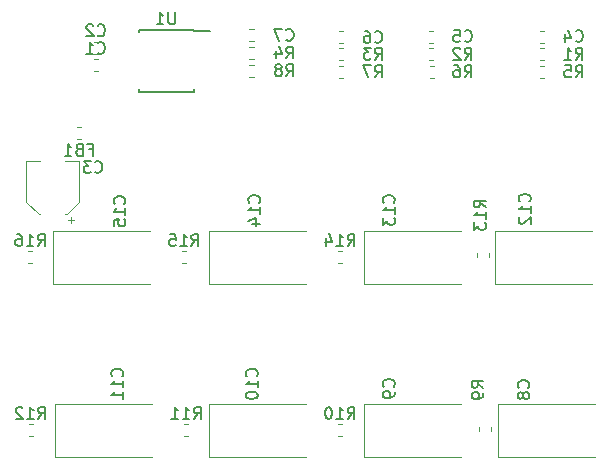
<source format=gbo>
G04 #@! TF.GenerationSoftware,KiCad,Pcbnew,(5.1.0)-1*
G04 #@! TF.CreationDate,2019-07-06T13:17:57-04:00*
G04 #@! TF.ProjectId,Inline SCART Splitter,496e6c69-6e65-4205-9343-415254205370,rev?*
G04 #@! TF.SameCoordinates,Original*
G04 #@! TF.FileFunction,Legend,Bot*
G04 #@! TF.FilePolarity,Positive*
%FSLAX46Y46*%
G04 Gerber Fmt 4.6, Leading zero omitted, Abs format (unit mm)*
G04 Created by KiCad (PCBNEW (5.1.0)-1) date 2019-07-06 13:17:57*
%MOMM*%
%LPD*%
G04 APERTURE LIST*
%ADD10C,0.120000*%
%ADD11C,0.150000*%
G04 APERTURE END LIST*
D10*
X131150000Y-61610000D02*
X122915000Y-61610000D01*
X122915000Y-61610000D02*
X122915000Y-57090000D01*
X122915000Y-57090000D02*
X131150000Y-57090000D01*
X113496267Y-27940000D02*
X113153733Y-27940000D01*
X113496267Y-28960000D02*
X113153733Y-28960000D01*
X113496267Y-27460000D02*
X113153733Y-27460000D01*
X113496267Y-26440000D02*
X113153733Y-26440000D01*
X107440000Y-36540000D02*
X108640000Y-36540000D01*
X111960000Y-36540000D02*
X110760000Y-36540000D01*
X111960000Y-39995563D02*
X111960000Y-36540000D01*
X107440000Y-39995563D02*
X107440000Y-36540000D01*
X108504437Y-41060000D02*
X108640000Y-41060000D01*
X110895563Y-41060000D02*
X110760000Y-41060000D01*
X110895563Y-41060000D02*
X111960000Y-39995563D01*
X108504437Y-41060000D02*
X107440000Y-39995563D01*
X111260000Y-41800000D02*
X111260000Y-41300000D01*
X111510000Y-41550000D02*
X111010000Y-41550000D01*
X150953733Y-26510000D02*
X151296267Y-26510000D01*
X150953733Y-25490000D02*
X151296267Y-25490000D01*
X141578733Y-25490000D02*
X141921267Y-25490000D01*
X141578733Y-26510000D02*
X141921267Y-26510000D01*
X133953733Y-26510000D02*
X134296267Y-26510000D01*
X133953733Y-25490000D02*
X134296267Y-25490000D01*
X126353733Y-25390000D02*
X126696267Y-25390000D01*
X126353733Y-26410000D02*
X126696267Y-26410000D01*
X147415000Y-57090000D02*
X155650000Y-57090000D01*
X147415000Y-61610000D02*
X147415000Y-57090000D01*
X155650000Y-61610000D02*
X147415000Y-61610000D01*
X144300000Y-61610000D02*
X136065000Y-61610000D01*
X136065000Y-61610000D02*
X136065000Y-57090000D01*
X136065000Y-57090000D02*
X144300000Y-57090000D01*
X109865000Y-57090000D02*
X118100000Y-57090000D01*
X109865000Y-61610000D02*
X109865000Y-57090000D01*
X118100000Y-61610000D02*
X109865000Y-61610000D01*
X155350000Y-46960000D02*
X147115000Y-46960000D01*
X147115000Y-46960000D02*
X147115000Y-42440000D01*
X147115000Y-42440000D02*
X155350000Y-42440000D01*
X136065000Y-42440000D02*
X144300000Y-42440000D01*
X136065000Y-46960000D02*
X136065000Y-42440000D01*
X144300000Y-46960000D02*
X136065000Y-46960000D01*
X131150000Y-46960000D02*
X122915000Y-46960000D01*
X122915000Y-46960000D02*
X122915000Y-42440000D01*
X122915000Y-42440000D02*
X131150000Y-42440000D01*
X109715000Y-42440000D02*
X117950000Y-42440000D01*
X109715000Y-46960000D02*
X109715000Y-42440000D01*
X117950000Y-46960000D02*
X109715000Y-46960000D01*
X111753733Y-34710000D02*
X112096267Y-34710000D01*
X111753733Y-33690000D02*
X112096267Y-33690000D01*
X151296267Y-28010000D02*
X150953733Y-28010000D01*
X151296267Y-26990000D02*
X150953733Y-26990000D01*
X141921267Y-26990000D02*
X141578733Y-26990000D01*
X141921267Y-28010000D02*
X141578733Y-28010000D01*
X134296267Y-28010000D02*
X133953733Y-28010000D01*
X134296267Y-26990000D02*
X133953733Y-26990000D01*
X126696267Y-26890000D02*
X126353733Y-26890000D01*
X126696267Y-27910000D02*
X126353733Y-27910000D01*
X141603733Y-28490000D02*
X141946267Y-28490000D01*
X141603733Y-29510000D02*
X141946267Y-29510000D01*
X133953733Y-29510000D02*
X134296267Y-29510000D01*
X133953733Y-28490000D02*
X134296267Y-28490000D01*
X126353733Y-29410000D02*
X126696267Y-29410000D01*
X126353733Y-28390000D02*
X126696267Y-28390000D01*
X145790000Y-59371267D02*
X145790000Y-59028733D01*
X146810000Y-59371267D02*
X146810000Y-59028733D01*
X134196267Y-59860000D02*
X133853733Y-59860000D01*
X134196267Y-58840000D02*
X133853733Y-58840000D01*
X121171267Y-58840000D02*
X120828733Y-58840000D01*
X121171267Y-59860000D02*
X120828733Y-59860000D01*
X107996267Y-59860000D02*
X107653733Y-59860000D01*
X107996267Y-58840000D02*
X107653733Y-58840000D01*
X146610000Y-44671267D02*
X146610000Y-44328733D01*
X145590000Y-44671267D02*
X145590000Y-44328733D01*
X134196267Y-44190000D02*
X133853733Y-44190000D01*
X134196267Y-45210000D02*
X133853733Y-45210000D01*
X120971267Y-45210000D02*
X120628733Y-45210000D01*
X120971267Y-44190000D02*
X120628733Y-44190000D01*
X107971267Y-44190000D02*
X107628733Y-44190000D01*
X107971267Y-45210000D02*
X107628733Y-45210000D01*
D11*
X121625000Y-25425000D02*
X121625000Y-25550000D01*
X116975000Y-25425000D02*
X116975000Y-25650000D01*
X116975000Y-30675000D02*
X116975000Y-30450000D01*
X121625000Y-30675000D02*
X121625000Y-30450000D01*
X121625000Y-25425000D02*
X116975000Y-25425000D01*
X121625000Y-30675000D02*
X116975000Y-30675000D01*
X121625000Y-25550000D02*
X122975000Y-25550000D01*
D10*
X150953733Y-29510000D02*
X151296267Y-29510000D01*
X150953733Y-28490000D02*
X151296267Y-28490000D01*
D11*
X126957142Y-54757142D02*
X127004761Y-54709523D01*
X127052380Y-54566666D01*
X127052380Y-54471428D01*
X127004761Y-54328571D01*
X126909523Y-54233333D01*
X126814285Y-54185714D01*
X126623809Y-54138095D01*
X126480952Y-54138095D01*
X126290476Y-54185714D01*
X126195238Y-54233333D01*
X126100000Y-54328571D01*
X126052380Y-54471428D01*
X126052380Y-54566666D01*
X126100000Y-54709523D01*
X126147619Y-54757142D01*
X127052380Y-55709523D02*
X127052380Y-55138095D01*
X127052380Y-55423809D02*
X126052380Y-55423809D01*
X126195238Y-55328571D01*
X126290476Y-55233333D01*
X126338095Y-55138095D01*
X126052380Y-56328571D02*
X126052380Y-56423809D01*
X126100000Y-56519047D01*
X126147619Y-56566666D01*
X126242857Y-56614285D01*
X126433333Y-56661904D01*
X126671428Y-56661904D01*
X126861904Y-56614285D01*
X126957142Y-56566666D01*
X127004761Y-56519047D01*
X127052380Y-56423809D01*
X127052380Y-56328571D01*
X127004761Y-56233333D01*
X126957142Y-56185714D01*
X126861904Y-56138095D01*
X126671428Y-56090476D01*
X126433333Y-56090476D01*
X126242857Y-56138095D01*
X126147619Y-56185714D01*
X126100000Y-56233333D01*
X126052380Y-56328571D01*
X113491666Y-27377142D02*
X113539285Y-27424761D01*
X113682142Y-27472380D01*
X113777380Y-27472380D01*
X113920238Y-27424761D01*
X114015476Y-27329523D01*
X114063095Y-27234285D01*
X114110714Y-27043809D01*
X114110714Y-26900952D01*
X114063095Y-26710476D01*
X114015476Y-26615238D01*
X113920238Y-26520000D01*
X113777380Y-26472380D01*
X113682142Y-26472380D01*
X113539285Y-26520000D01*
X113491666Y-26567619D01*
X112539285Y-27472380D02*
X113110714Y-27472380D01*
X112825000Y-27472380D02*
X112825000Y-26472380D01*
X112920238Y-26615238D01*
X113015476Y-26710476D01*
X113110714Y-26758095D01*
X113491666Y-25877142D02*
X113539285Y-25924761D01*
X113682142Y-25972380D01*
X113777380Y-25972380D01*
X113920238Y-25924761D01*
X114015476Y-25829523D01*
X114063095Y-25734285D01*
X114110714Y-25543809D01*
X114110714Y-25400952D01*
X114063095Y-25210476D01*
X114015476Y-25115238D01*
X113920238Y-25020000D01*
X113777380Y-24972380D01*
X113682142Y-24972380D01*
X113539285Y-25020000D01*
X113491666Y-25067619D01*
X113110714Y-25067619D02*
X113063095Y-25020000D01*
X112967857Y-24972380D01*
X112729761Y-24972380D01*
X112634523Y-25020000D01*
X112586904Y-25067619D01*
X112539285Y-25162857D01*
X112539285Y-25258095D01*
X112586904Y-25400952D01*
X113158333Y-25972380D01*
X112539285Y-25972380D01*
X113266666Y-37457142D02*
X113314285Y-37504761D01*
X113457142Y-37552380D01*
X113552380Y-37552380D01*
X113695238Y-37504761D01*
X113790476Y-37409523D01*
X113838095Y-37314285D01*
X113885714Y-37123809D01*
X113885714Y-36980952D01*
X113838095Y-36790476D01*
X113790476Y-36695238D01*
X113695238Y-36600000D01*
X113552380Y-36552380D01*
X113457142Y-36552380D01*
X113314285Y-36600000D01*
X113266666Y-36647619D01*
X112933333Y-36552380D02*
X112314285Y-36552380D01*
X112647619Y-36933333D01*
X112504761Y-36933333D01*
X112409523Y-36980952D01*
X112361904Y-37028571D01*
X112314285Y-37123809D01*
X112314285Y-37361904D01*
X112361904Y-37457142D01*
X112409523Y-37504761D01*
X112504761Y-37552380D01*
X112790476Y-37552380D01*
X112885714Y-37504761D01*
X112933333Y-37457142D01*
X153966666Y-26357142D02*
X154014285Y-26404761D01*
X154157142Y-26452380D01*
X154252380Y-26452380D01*
X154395238Y-26404761D01*
X154490476Y-26309523D01*
X154538095Y-26214285D01*
X154585714Y-26023809D01*
X154585714Y-25880952D01*
X154538095Y-25690476D01*
X154490476Y-25595238D01*
X154395238Y-25500000D01*
X154252380Y-25452380D01*
X154157142Y-25452380D01*
X154014285Y-25500000D01*
X153966666Y-25547619D01*
X153109523Y-25785714D02*
X153109523Y-26452380D01*
X153347619Y-25404761D02*
X153585714Y-26119047D01*
X152966666Y-26119047D01*
X144566666Y-26357142D02*
X144614285Y-26404761D01*
X144757142Y-26452380D01*
X144852380Y-26452380D01*
X144995238Y-26404761D01*
X145090476Y-26309523D01*
X145138095Y-26214285D01*
X145185714Y-26023809D01*
X145185714Y-25880952D01*
X145138095Y-25690476D01*
X145090476Y-25595238D01*
X144995238Y-25500000D01*
X144852380Y-25452380D01*
X144757142Y-25452380D01*
X144614285Y-25500000D01*
X144566666Y-25547619D01*
X143661904Y-25452380D02*
X144138095Y-25452380D01*
X144185714Y-25928571D01*
X144138095Y-25880952D01*
X144042857Y-25833333D01*
X143804761Y-25833333D01*
X143709523Y-25880952D01*
X143661904Y-25928571D01*
X143614285Y-26023809D01*
X143614285Y-26261904D01*
X143661904Y-26357142D01*
X143709523Y-26404761D01*
X143804761Y-26452380D01*
X144042857Y-26452380D01*
X144138095Y-26404761D01*
X144185714Y-26357142D01*
X136966666Y-26457142D02*
X137014285Y-26504761D01*
X137157142Y-26552380D01*
X137252380Y-26552380D01*
X137395238Y-26504761D01*
X137490476Y-26409523D01*
X137538095Y-26314285D01*
X137585714Y-26123809D01*
X137585714Y-25980952D01*
X137538095Y-25790476D01*
X137490476Y-25695238D01*
X137395238Y-25600000D01*
X137252380Y-25552380D01*
X137157142Y-25552380D01*
X137014285Y-25600000D01*
X136966666Y-25647619D01*
X136109523Y-25552380D02*
X136300000Y-25552380D01*
X136395238Y-25600000D01*
X136442857Y-25647619D01*
X136538095Y-25790476D01*
X136585714Y-25980952D01*
X136585714Y-26361904D01*
X136538095Y-26457142D01*
X136490476Y-26504761D01*
X136395238Y-26552380D01*
X136204761Y-26552380D01*
X136109523Y-26504761D01*
X136061904Y-26457142D01*
X136014285Y-26361904D01*
X136014285Y-26123809D01*
X136061904Y-26028571D01*
X136109523Y-25980952D01*
X136204761Y-25933333D01*
X136395238Y-25933333D01*
X136490476Y-25980952D01*
X136538095Y-26028571D01*
X136585714Y-26123809D01*
X129466666Y-26257142D02*
X129514285Y-26304761D01*
X129657142Y-26352380D01*
X129752380Y-26352380D01*
X129895238Y-26304761D01*
X129990476Y-26209523D01*
X130038095Y-26114285D01*
X130085714Y-25923809D01*
X130085714Y-25780952D01*
X130038095Y-25590476D01*
X129990476Y-25495238D01*
X129895238Y-25400000D01*
X129752380Y-25352380D01*
X129657142Y-25352380D01*
X129514285Y-25400000D01*
X129466666Y-25447619D01*
X129133333Y-25352380D02*
X128466666Y-25352380D01*
X128895238Y-26352380D01*
X149957142Y-55733333D02*
X150004761Y-55685714D01*
X150052380Y-55542857D01*
X150052380Y-55447619D01*
X150004761Y-55304761D01*
X149909523Y-55209523D01*
X149814285Y-55161904D01*
X149623809Y-55114285D01*
X149480952Y-55114285D01*
X149290476Y-55161904D01*
X149195238Y-55209523D01*
X149100000Y-55304761D01*
X149052380Y-55447619D01*
X149052380Y-55542857D01*
X149100000Y-55685714D01*
X149147619Y-55733333D01*
X149480952Y-56304761D02*
X149433333Y-56209523D01*
X149385714Y-56161904D01*
X149290476Y-56114285D01*
X149242857Y-56114285D01*
X149147619Y-56161904D01*
X149100000Y-56209523D01*
X149052380Y-56304761D01*
X149052380Y-56495238D01*
X149100000Y-56590476D01*
X149147619Y-56638095D01*
X149242857Y-56685714D01*
X149290476Y-56685714D01*
X149385714Y-56638095D01*
X149433333Y-56590476D01*
X149480952Y-56495238D01*
X149480952Y-56304761D01*
X149528571Y-56209523D01*
X149576190Y-56161904D01*
X149671428Y-56114285D01*
X149861904Y-56114285D01*
X149957142Y-56161904D01*
X150004761Y-56209523D01*
X150052380Y-56304761D01*
X150052380Y-56495238D01*
X150004761Y-56590476D01*
X149957142Y-56638095D01*
X149861904Y-56685714D01*
X149671428Y-56685714D01*
X149576190Y-56638095D01*
X149528571Y-56590476D01*
X149480952Y-56495238D01*
X138557142Y-55633333D02*
X138604761Y-55585714D01*
X138652380Y-55442857D01*
X138652380Y-55347619D01*
X138604761Y-55204761D01*
X138509523Y-55109523D01*
X138414285Y-55061904D01*
X138223809Y-55014285D01*
X138080952Y-55014285D01*
X137890476Y-55061904D01*
X137795238Y-55109523D01*
X137700000Y-55204761D01*
X137652380Y-55347619D01*
X137652380Y-55442857D01*
X137700000Y-55585714D01*
X137747619Y-55633333D01*
X138652380Y-56109523D02*
X138652380Y-56300000D01*
X138604761Y-56395238D01*
X138557142Y-56442857D01*
X138414285Y-56538095D01*
X138223809Y-56585714D01*
X137842857Y-56585714D01*
X137747619Y-56538095D01*
X137700000Y-56490476D01*
X137652380Y-56395238D01*
X137652380Y-56204761D01*
X137700000Y-56109523D01*
X137747619Y-56061904D01*
X137842857Y-56014285D01*
X138080952Y-56014285D01*
X138176190Y-56061904D01*
X138223809Y-56109523D01*
X138271428Y-56204761D01*
X138271428Y-56395238D01*
X138223809Y-56490476D01*
X138176190Y-56538095D01*
X138080952Y-56585714D01*
X115557142Y-54757142D02*
X115604761Y-54709523D01*
X115652380Y-54566666D01*
X115652380Y-54471428D01*
X115604761Y-54328571D01*
X115509523Y-54233333D01*
X115414285Y-54185714D01*
X115223809Y-54138095D01*
X115080952Y-54138095D01*
X114890476Y-54185714D01*
X114795238Y-54233333D01*
X114700000Y-54328571D01*
X114652380Y-54471428D01*
X114652380Y-54566666D01*
X114700000Y-54709523D01*
X114747619Y-54757142D01*
X115652380Y-55709523D02*
X115652380Y-55138095D01*
X115652380Y-55423809D02*
X114652380Y-55423809D01*
X114795238Y-55328571D01*
X114890476Y-55233333D01*
X114938095Y-55138095D01*
X115652380Y-56661904D02*
X115652380Y-56090476D01*
X115652380Y-56376190D02*
X114652380Y-56376190D01*
X114795238Y-56280952D01*
X114890476Y-56185714D01*
X114938095Y-56090476D01*
X150057142Y-39957142D02*
X150104761Y-39909523D01*
X150152380Y-39766666D01*
X150152380Y-39671428D01*
X150104761Y-39528571D01*
X150009523Y-39433333D01*
X149914285Y-39385714D01*
X149723809Y-39338095D01*
X149580952Y-39338095D01*
X149390476Y-39385714D01*
X149295238Y-39433333D01*
X149200000Y-39528571D01*
X149152380Y-39671428D01*
X149152380Y-39766666D01*
X149200000Y-39909523D01*
X149247619Y-39957142D01*
X150152380Y-40909523D02*
X150152380Y-40338095D01*
X150152380Y-40623809D02*
X149152380Y-40623809D01*
X149295238Y-40528571D01*
X149390476Y-40433333D01*
X149438095Y-40338095D01*
X149247619Y-41290476D02*
X149200000Y-41338095D01*
X149152380Y-41433333D01*
X149152380Y-41671428D01*
X149200000Y-41766666D01*
X149247619Y-41814285D01*
X149342857Y-41861904D01*
X149438095Y-41861904D01*
X149580952Y-41814285D01*
X150152380Y-41242857D01*
X150152380Y-41861904D01*
X138557142Y-40057142D02*
X138604761Y-40009523D01*
X138652380Y-39866666D01*
X138652380Y-39771428D01*
X138604761Y-39628571D01*
X138509523Y-39533333D01*
X138414285Y-39485714D01*
X138223809Y-39438095D01*
X138080952Y-39438095D01*
X137890476Y-39485714D01*
X137795238Y-39533333D01*
X137700000Y-39628571D01*
X137652380Y-39771428D01*
X137652380Y-39866666D01*
X137700000Y-40009523D01*
X137747619Y-40057142D01*
X138652380Y-41009523D02*
X138652380Y-40438095D01*
X138652380Y-40723809D02*
X137652380Y-40723809D01*
X137795238Y-40628571D01*
X137890476Y-40533333D01*
X137938095Y-40438095D01*
X137652380Y-41342857D02*
X137652380Y-41961904D01*
X138033333Y-41628571D01*
X138033333Y-41771428D01*
X138080952Y-41866666D01*
X138128571Y-41914285D01*
X138223809Y-41961904D01*
X138461904Y-41961904D01*
X138557142Y-41914285D01*
X138604761Y-41866666D01*
X138652380Y-41771428D01*
X138652380Y-41485714D01*
X138604761Y-41390476D01*
X138557142Y-41342857D01*
X127157142Y-40057142D02*
X127204761Y-40009523D01*
X127252380Y-39866666D01*
X127252380Y-39771428D01*
X127204761Y-39628571D01*
X127109523Y-39533333D01*
X127014285Y-39485714D01*
X126823809Y-39438095D01*
X126680952Y-39438095D01*
X126490476Y-39485714D01*
X126395238Y-39533333D01*
X126300000Y-39628571D01*
X126252380Y-39771428D01*
X126252380Y-39866666D01*
X126300000Y-40009523D01*
X126347619Y-40057142D01*
X127252380Y-41009523D02*
X127252380Y-40438095D01*
X127252380Y-40723809D02*
X126252380Y-40723809D01*
X126395238Y-40628571D01*
X126490476Y-40533333D01*
X126538095Y-40438095D01*
X126585714Y-41866666D02*
X127252380Y-41866666D01*
X126204761Y-41628571D02*
X126919047Y-41390476D01*
X126919047Y-42009523D01*
X115757142Y-40157142D02*
X115804761Y-40109523D01*
X115852380Y-39966666D01*
X115852380Y-39871428D01*
X115804761Y-39728571D01*
X115709523Y-39633333D01*
X115614285Y-39585714D01*
X115423809Y-39538095D01*
X115280952Y-39538095D01*
X115090476Y-39585714D01*
X114995238Y-39633333D01*
X114900000Y-39728571D01*
X114852380Y-39871428D01*
X114852380Y-39966666D01*
X114900000Y-40109523D01*
X114947619Y-40157142D01*
X115852380Y-41109523D02*
X115852380Y-40538095D01*
X115852380Y-40823809D02*
X114852380Y-40823809D01*
X114995238Y-40728571D01*
X115090476Y-40633333D01*
X115138095Y-40538095D01*
X114852380Y-42014285D02*
X114852380Y-41538095D01*
X115328571Y-41490476D01*
X115280952Y-41538095D01*
X115233333Y-41633333D01*
X115233333Y-41871428D01*
X115280952Y-41966666D01*
X115328571Y-42014285D01*
X115423809Y-42061904D01*
X115661904Y-42061904D01*
X115757142Y-42014285D01*
X115804761Y-41966666D01*
X115852380Y-41871428D01*
X115852380Y-41633333D01*
X115804761Y-41538095D01*
X115757142Y-41490476D01*
X112758333Y-35558571D02*
X113091666Y-35558571D01*
X113091666Y-36082380D02*
X113091666Y-35082380D01*
X112615476Y-35082380D01*
X111901190Y-35558571D02*
X111758333Y-35606190D01*
X111710714Y-35653809D01*
X111663095Y-35749047D01*
X111663095Y-35891904D01*
X111710714Y-35987142D01*
X111758333Y-36034761D01*
X111853571Y-36082380D01*
X112234523Y-36082380D01*
X112234523Y-35082380D01*
X111901190Y-35082380D01*
X111805952Y-35130000D01*
X111758333Y-35177619D01*
X111710714Y-35272857D01*
X111710714Y-35368095D01*
X111758333Y-35463333D01*
X111805952Y-35510952D01*
X111901190Y-35558571D01*
X112234523Y-35558571D01*
X110710714Y-36082380D02*
X111282142Y-36082380D01*
X110996428Y-36082380D02*
X110996428Y-35082380D01*
X111091666Y-35225238D01*
X111186904Y-35320476D01*
X111282142Y-35368095D01*
X153966666Y-27952380D02*
X154300000Y-27476190D01*
X154538095Y-27952380D02*
X154538095Y-26952380D01*
X154157142Y-26952380D01*
X154061904Y-27000000D01*
X154014285Y-27047619D01*
X153966666Y-27142857D01*
X153966666Y-27285714D01*
X154014285Y-27380952D01*
X154061904Y-27428571D01*
X154157142Y-27476190D01*
X154538095Y-27476190D01*
X153014285Y-27952380D02*
X153585714Y-27952380D01*
X153300000Y-27952380D02*
X153300000Y-26952380D01*
X153395238Y-27095238D01*
X153490476Y-27190476D01*
X153585714Y-27238095D01*
X144566666Y-27952380D02*
X144900000Y-27476190D01*
X145138095Y-27952380D02*
X145138095Y-26952380D01*
X144757142Y-26952380D01*
X144661904Y-27000000D01*
X144614285Y-27047619D01*
X144566666Y-27142857D01*
X144566666Y-27285714D01*
X144614285Y-27380952D01*
X144661904Y-27428571D01*
X144757142Y-27476190D01*
X145138095Y-27476190D01*
X144185714Y-27047619D02*
X144138095Y-27000000D01*
X144042857Y-26952380D01*
X143804761Y-26952380D01*
X143709523Y-27000000D01*
X143661904Y-27047619D01*
X143614285Y-27142857D01*
X143614285Y-27238095D01*
X143661904Y-27380952D01*
X144233333Y-27952380D01*
X143614285Y-27952380D01*
X136966666Y-27952380D02*
X137300000Y-27476190D01*
X137538095Y-27952380D02*
X137538095Y-26952380D01*
X137157142Y-26952380D01*
X137061904Y-27000000D01*
X137014285Y-27047619D01*
X136966666Y-27142857D01*
X136966666Y-27285714D01*
X137014285Y-27380952D01*
X137061904Y-27428571D01*
X137157142Y-27476190D01*
X137538095Y-27476190D01*
X136633333Y-26952380D02*
X136014285Y-26952380D01*
X136347619Y-27333333D01*
X136204761Y-27333333D01*
X136109523Y-27380952D01*
X136061904Y-27428571D01*
X136014285Y-27523809D01*
X136014285Y-27761904D01*
X136061904Y-27857142D01*
X136109523Y-27904761D01*
X136204761Y-27952380D01*
X136490476Y-27952380D01*
X136585714Y-27904761D01*
X136633333Y-27857142D01*
X129466666Y-27852380D02*
X129800000Y-27376190D01*
X130038095Y-27852380D02*
X130038095Y-26852380D01*
X129657142Y-26852380D01*
X129561904Y-26900000D01*
X129514285Y-26947619D01*
X129466666Y-27042857D01*
X129466666Y-27185714D01*
X129514285Y-27280952D01*
X129561904Y-27328571D01*
X129657142Y-27376190D01*
X130038095Y-27376190D01*
X128609523Y-27185714D02*
X128609523Y-27852380D01*
X128847619Y-26804761D02*
X129085714Y-27519047D01*
X128466666Y-27519047D01*
X144566666Y-29452380D02*
X144900000Y-28976190D01*
X145138095Y-29452380D02*
X145138095Y-28452380D01*
X144757142Y-28452380D01*
X144661904Y-28500000D01*
X144614285Y-28547619D01*
X144566666Y-28642857D01*
X144566666Y-28785714D01*
X144614285Y-28880952D01*
X144661904Y-28928571D01*
X144757142Y-28976190D01*
X145138095Y-28976190D01*
X143709523Y-28452380D02*
X143900000Y-28452380D01*
X143995238Y-28500000D01*
X144042857Y-28547619D01*
X144138095Y-28690476D01*
X144185714Y-28880952D01*
X144185714Y-29261904D01*
X144138095Y-29357142D01*
X144090476Y-29404761D01*
X143995238Y-29452380D01*
X143804761Y-29452380D01*
X143709523Y-29404761D01*
X143661904Y-29357142D01*
X143614285Y-29261904D01*
X143614285Y-29023809D01*
X143661904Y-28928571D01*
X143709523Y-28880952D01*
X143804761Y-28833333D01*
X143995238Y-28833333D01*
X144090476Y-28880952D01*
X144138095Y-28928571D01*
X144185714Y-29023809D01*
X136966666Y-29452380D02*
X137300000Y-28976190D01*
X137538095Y-29452380D02*
X137538095Y-28452380D01*
X137157142Y-28452380D01*
X137061904Y-28500000D01*
X137014285Y-28547619D01*
X136966666Y-28642857D01*
X136966666Y-28785714D01*
X137014285Y-28880952D01*
X137061904Y-28928571D01*
X137157142Y-28976190D01*
X137538095Y-28976190D01*
X136633333Y-28452380D02*
X135966666Y-28452380D01*
X136395238Y-29452380D01*
X129466666Y-29352380D02*
X129800000Y-28876190D01*
X130038095Y-29352380D02*
X130038095Y-28352380D01*
X129657142Y-28352380D01*
X129561904Y-28400000D01*
X129514285Y-28447619D01*
X129466666Y-28542857D01*
X129466666Y-28685714D01*
X129514285Y-28780952D01*
X129561904Y-28828571D01*
X129657142Y-28876190D01*
X130038095Y-28876190D01*
X128895238Y-28780952D02*
X128990476Y-28733333D01*
X129038095Y-28685714D01*
X129085714Y-28590476D01*
X129085714Y-28542857D01*
X129038095Y-28447619D01*
X128990476Y-28400000D01*
X128895238Y-28352380D01*
X128704761Y-28352380D01*
X128609523Y-28400000D01*
X128561904Y-28447619D01*
X128514285Y-28542857D01*
X128514285Y-28590476D01*
X128561904Y-28685714D01*
X128609523Y-28733333D01*
X128704761Y-28780952D01*
X128895238Y-28780952D01*
X128990476Y-28828571D01*
X129038095Y-28876190D01*
X129085714Y-28971428D01*
X129085714Y-29161904D01*
X129038095Y-29257142D01*
X128990476Y-29304761D01*
X128895238Y-29352380D01*
X128704761Y-29352380D01*
X128609523Y-29304761D01*
X128561904Y-29257142D01*
X128514285Y-29161904D01*
X128514285Y-28971428D01*
X128561904Y-28876190D01*
X128609523Y-28828571D01*
X128704761Y-28780952D01*
X146152380Y-55733333D02*
X145676190Y-55400000D01*
X146152380Y-55161904D02*
X145152380Y-55161904D01*
X145152380Y-55542857D01*
X145200000Y-55638095D01*
X145247619Y-55685714D01*
X145342857Y-55733333D01*
X145485714Y-55733333D01*
X145580952Y-55685714D01*
X145628571Y-55638095D01*
X145676190Y-55542857D01*
X145676190Y-55161904D01*
X146152380Y-56209523D02*
X146152380Y-56400000D01*
X146104761Y-56495238D01*
X146057142Y-56542857D01*
X145914285Y-56638095D01*
X145723809Y-56685714D01*
X145342857Y-56685714D01*
X145247619Y-56638095D01*
X145200000Y-56590476D01*
X145152380Y-56495238D01*
X145152380Y-56304761D01*
X145200000Y-56209523D01*
X145247619Y-56161904D01*
X145342857Y-56114285D01*
X145580952Y-56114285D01*
X145676190Y-56161904D01*
X145723809Y-56209523D01*
X145771428Y-56304761D01*
X145771428Y-56495238D01*
X145723809Y-56590476D01*
X145676190Y-56638095D01*
X145580952Y-56685714D01*
X134667857Y-58372380D02*
X135001190Y-57896190D01*
X135239285Y-58372380D02*
X135239285Y-57372380D01*
X134858333Y-57372380D01*
X134763095Y-57420000D01*
X134715476Y-57467619D01*
X134667857Y-57562857D01*
X134667857Y-57705714D01*
X134715476Y-57800952D01*
X134763095Y-57848571D01*
X134858333Y-57896190D01*
X135239285Y-57896190D01*
X133715476Y-58372380D02*
X134286904Y-58372380D01*
X134001190Y-58372380D02*
X134001190Y-57372380D01*
X134096428Y-57515238D01*
X134191666Y-57610476D01*
X134286904Y-57658095D01*
X133096428Y-57372380D02*
X133001190Y-57372380D01*
X132905952Y-57420000D01*
X132858333Y-57467619D01*
X132810714Y-57562857D01*
X132763095Y-57753333D01*
X132763095Y-57991428D01*
X132810714Y-58181904D01*
X132858333Y-58277142D01*
X132905952Y-58324761D01*
X133001190Y-58372380D01*
X133096428Y-58372380D01*
X133191666Y-58324761D01*
X133239285Y-58277142D01*
X133286904Y-58181904D01*
X133334523Y-57991428D01*
X133334523Y-57753333D01*
X133286904Y-57562857D01*
X133239285Y-57467619D01*
X133191666Y-57420000D01*
X133096428Y-57372380D01*
X121642857Y-58372380D02*
X121976190Y-57896190D01*
X122214285Y-58372380D02*
X122214285Y-57372380D01*
X121833333Y-57372380D01*
X121738095Y-57420000D01*
X121690476Y-57467619D01*
X121642857Y-57562857D01*
X121642857Y-57705714D01*
X121690476Y-57800952D01*
X121738095Y-57848571D01*
X121833333Y-57896190D01*
X122214285Y-57896190D01*
X120690476Y-58372380D02*
X121261904Y-58372380D01*
X120976190Y-58372380D02*
X120976190Y-57372380D01*
X121071428Y-57515238D01*
X121166666Y-57610476D01*
X121261904Y-57658095D01*
X119738095Y-58372380D02*
X120309523Y-58372380D01*
X120023809Y-58372380D02*
X120023809Y-57372380D01*
X120119047Y-57515238D01*
X120214285Y-57610476D01*
X120309523Y-57658095D01*
X108467857Y-58372380D02*
X108801190Y-57896190D01*
X109039285Y-58372380D02*
X109039285Y-57372380D01*
X108658333Y-57372380D01*
X108563095Y-57420000D01*
X108515476Y-57467619D01*
X108467857Y-57562857D01*
X108467857Y-57705714D01*
X108515476Y-57800952D01*
X108563095Y-57848571D01*
X108658333Y-57896190D01*
X109039285Y-57896190D01*
X107515476Y-58372380D02*
X108086904Y-58372380D01*
X107801190Y-58372380D02*
X107801190Y-57372380D01*
X107896428Y-57515238D01*
X107991666Y-57610476D01*
X108086904Y-57658095D01*
X107134523Y-57467619D02*
X107086904Y-57420000D01*
X106991666Y-57372380D01*
X106753571Y-57372380D01*
X106658333Y-57420000D01*
X106610714Y-57467619D01*
X106563095Y-57562857D01*
X106563095Y-57658095D01*
X106610714Y-57800952D01*
X107182142Y-58372380D01*
X106563095Y-58372380D01*
X146352380Y-40457142D02*
X145876190Y-40123809D01*
X146352380Y-39885714D02*
X145352380Y-39885714D01*
X145352380Y-40266666D01*
X145400000Y-40361904D01*
X145447619Y-40409523D01*
X145542857Y-40457142D01*
X145685714Y-40457142D01*
X145780952Y-40409523D01*
X145828571Y-40361904D01*
X145876190Y-40266666D01*
X145876190Y-39885714D01*
X146352380Y-41409523D02*
X146352380Y-40838095D01*
X146352380Y-41123809D02*
X145352380Y-41123809D01*
X145495238Y-41028571D01*
X145590476Y-40933333D01*
X145638095Y-40838095D01*
X145352380Y-41742857D02*
X145352380Y-42361904D01*
X145733333Y-42028571D01*
X145733333Y-42171428D01*
X145780952Y-42266666D01*
X145828571Y-42314285D01*
X145923809Y-42361904D01*
X146161904Y-42361904D01*
X146257142Y-42314285D01*
X146304761Y-42266666D01*
X146352380Y-42171428D01*
X146352380Y-41885714D01*
X146304761Y-41790476D01*
X146257142Y-41742857D01*
X134667857Y-43722380D02*
X135001190Y-43246190D01*
X135239285Y-43722380D02*
X135239285Y-42722380D01*
X134858333Y-42722380D01*
X134763095Y-42770000D01*
X134715476Y-42817619D01*
X134667857Y-42912857D01*
X134667857Y-43055714D01*
X134715476Y-43150952D01*
X134763095Y-43198571D01*
X134858333Y-43246190D01*
X135239285Y-43246190D01*
X133715476Y-43722380D02*
X134286904Y-43722380D01*
X134001190Y-43722380D02*
X134001190Y-42722380D01*
X134096428Y-42865238D01*
X134191666Y-42960476D01*
X134286904Y-43008095D01*
X132858333Y-43055714D02*
X132858333Y-43722380D01*
X133096428Y-42674761D02*
X133334523Y-43389047D01*
X132715476Y-43389047D01*
X121442857Y-43722380D02*
X121776190Y-43246190D01*
X122014285Y-43722380D02*
X122014285Y-42722380D01*
X121633333Y-42722380D01*
X121538095Y-42770000D01*
X121490476Y-42817619D01*
X121442857Y-42912857D01*
X121442857Y-43055714D01*
X121490476Y-43150952D01*
X121538095Y-43198571D01*
X121633333Y-43246190D01*
X122014285Y-43246190D01*
X120490476Y-43722380D02*
X121061904Y-43722380D01*
X120776190Y-43722380D02*
X120776190Y-42722380D01*
X120871428Y-42865238D01*
X120966666Y-42960476D01*
X121061904Y-43008095D01*
X119585714Y-42722380D02*
X120061904Y-42722380D01*
X120109523Y-43198571D01*
X120061904Y-43150952D01*
X119966666Y-43103333D01*
X119728571Y-43103333D01*
X119633333Y-43150952D01*
X119585714Y-43198571D01*
X119538095Y-43293809D01*
X119538095Y-43531904D01*
X119585714Y-43627142D01*
X119633333Y-43674761D01*
X119728571Y-43722380D01*
X119966666Y-43722380D01*
X120061904Y-43674761D01*
X120109523Y-43627142D01*
X108442857Y-43722380D02*
X108776190Y-43246190D01*
X109014285Y-43722380D02*
X109014285Y-42722380D01*
X108633333Y-42722380D01*
X108538095Y-42770000D01*
X108490476Y-42817619D01*
X108442857Y-42912857D01*
X108442857Y-43055714D01*
X108490476Y-43150952D01*
X108538095Y-43198571D01*
X108633333Y-43246190D01*
X109014285Y-43246190D01*
X107490476Y-43722380D02*
X108061904Y-43722380D01*
X107776190Y-43722380D02*
X107776190Y-42722380D01*
X107871428Y-42865238D01*
X107966666Y-42960476D01*
X108061904Y-43008095D01*
X106633333Y-42722380D02*
X106823809Y-42722380D01*
X106919047Y-42770000D01*
X106966666Y-42817619D01*
X107061904Y-42960476D01*
X107109523Y-43150952D01*
X107109523Y-43531904D01*
X107061904Y-43627142D01*
X107014285Y-43674761D01*
X106919047Y-43722380D01*
X106728571Y-43722380D01*
X106633333Y-43674761D01*
X106585714Y-43627142D01*
X106538095Y-43531904D01*
X106538095Y-43293809D01*
X106585714Y-43198571D01*
X106633333Y-43150952D01*
X106728571Y-43103333D01*
X106919047Y-43103333D01*
X107014285Y-43150952D01*
X107061904Y-43198571D01*
X107109523Y-43293809D01*
X120061904Y-23952380D02*
X120061904Y-24761904D01*
X120014285Y-24857142D01*
X119966666Y-24904761D01*
X119871428Y-24952380D01*
X119680952Y-24952380D01*
X119585714Y-24904761D01*
X119538095Y-24857142D01*
X119490476Y-24761904D01*
X119490476Y-23952380D01*
X118490476Y-24952380D02*
X119061904Y-24952380D01*
X118776190Y-24952380D02*
X118776190Y-23952380D01*
X118871428Y-24095238D01*
X118966666Y-24190476D01*
X119061904Y-24238095D01*
X153966666Y-29452380D02*
X154300000Y-28976190D01*
X154538095Y-29452380D02*
X154538095Y-28452380D01*
X154157142Y-28452380D01*
X154061904Y-28500000D01*
X154014285Y-28547619D01*
X153966666Y-28642857D01*
X153966666Y-28785714D01*
X154014285Y-28880952D01*
X154061904Y-28928571D01*
X154157142Y-28976190D01*
X154538095Y-28976190D01*
X153061904Y-28452380D02*
X153538095Y-28452380D01*
X153585714Y-28928571D01*
X153538095Y-28880952D01*
X153442857Y-28833333D01*
X153204761Y-28833333D01*
X153109523Y-28880952D01*
X153061904Y-28928571D01*
X153014285Y-29023809D01*
X153014285Y-29261904D01*
X153061904Y-29357142D01*
X153109523Y-29404761D01*
X153204761Y-29452380D01*
X153442857Y-29452380D01*
X153538095Y-29404761D01*
X153585714Y-29357142D01*
M02*

</source>
